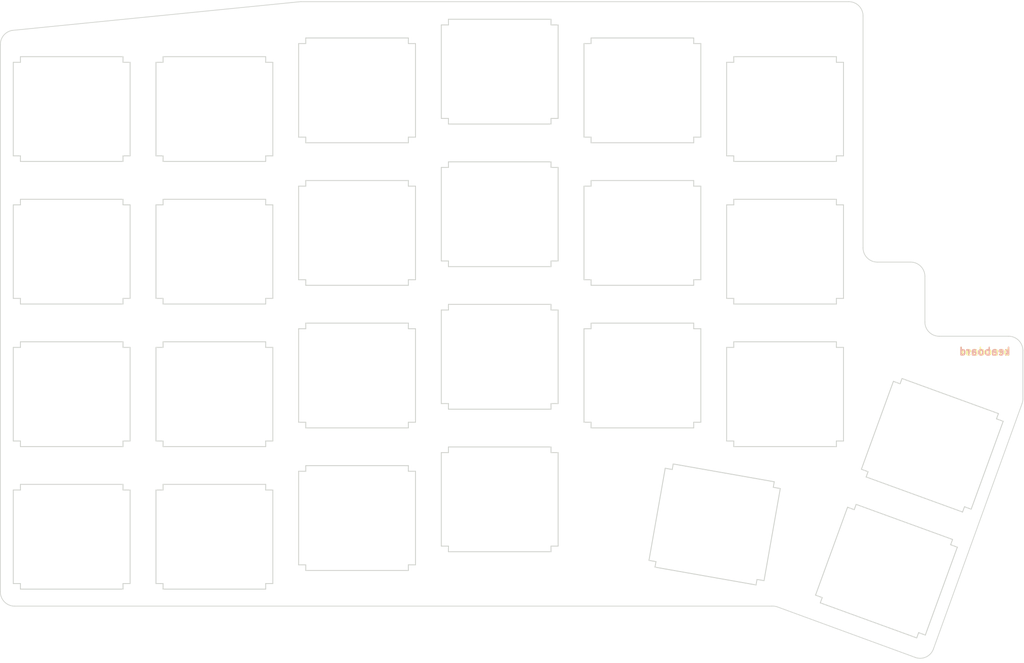
<source format=kicad_pcb>
(kicad_pcb (version 20171130) (host pcbnew 5.1.6-c6e7f7d~87~ubuntu20.04.1)

  (general
    (thickness 1.6)
    (drawings 24)
    (tracks 0)
    (zones 0)
    (modules 33)
    (nets 1)
  )

  (page A4)
  (layers
    (0 F.Cu signal)
    (31 B.Cu signal)
    (32 B.Adhes user)
    (33 F.Adhes user)
    (34 B.Paste user)
    (35 F.Paste user)
    (36 B.SilkS user)
    (37 F.SilkS user)
    (38 B.Mask user)
    (39 F.Mask user)
    (40 Dwgs.User user hide)
    (41 Cmts.User user hide)
    (42 Eco1.User user hide)
    (43 Eco2.User user)
    (44 Edge.Cuts user)
    (45 Margin user hide)
    (46 B.CrtYd user hide)
    (47 F.CrtYd user hide)
    (48 B.Fab user hide)
    (49 F.Fab user hide)
  )

  (setup
    (last_trace_width 0.25)
    (trace_clearance 0.2)
    (zone_clearance 0.508)
    (zone_45_only no)
    (trace_min 0.2)
    (via_size 0.8)
    (via_drill 0.4)
    (via_min_size 0.4)
    (via_min_drill 0.3)
    (uvia_size 0.3)
    (uvia_drill 0.1)
    (uvias_allowed no)
    (uvia_min_size 0.2)
    (uvia_min_drill 0.1)
    (edge_width 0.05)
    (segment_width 0.2)
    (pcb_text_width 0.3)
    (pcb_text_size 1.5 1.5)
    (mod_edge_width 0.12)
    (mod_text_size 1 1)
    (mod_text_width 0.15)
    (pad_size 1.524 1.524)
    (pad_drill 0.762)
    (pad_to_mask_clearance 0.05)
    (aux_axis_origin 0 0)
    (visible_elements FFFFFF7F)
    (pcbplotparams
      (layerselection 0x010fc_ffffffff)
      (usegerberextensions false)
      (usegerberattributes true)
      (usegerberadvancedattributes true)
      (creategerberjobfile true)
      (excludeedgelayer true)
      (linewidth 0.100000)
      (plotframeref false)
      (viasonmask false)
      (mode 1)
      (useauxorigin false)
      (hpglpennumber 1)
      (hpglpenspeed 20)
      (hpglpendiameter 15.000000)
      (psnegative false)
      (psa4output false)
      (plotreference true)
      (plotvalue true)
      (plotinvisibletext false)
      (padsonsilk false)
      (subtractmaskfromsilk false)
      (outputformat 1)
      (mirror false)
      (drillshape 1)
      (scaleselection 1)
      (outputdirectory ""))
  )

  (net 0 "")

  (net_class Default "This is the default net class."
    (clearance 0.2)
    (trace_width 0.25)
    (via_dia 0.8)
    (via_drill 0.4)
    (uvia_dia 0.3)
    (uvia_drill 0.1)
  )

  (module parts:MX-Alps_Switch_Cutout_simple (layer F.Cu) (tedit 5F42F712) (tstamp 5F438C5B)
    (at 169.263588 92.548775 340)
    (fp_text reference REF** (at 0.25 10.05 160) (layer Eco2.User) hide
      (effects (font (size 1 1) (thickness 0.15)))
    )
    (fp_text value MX-Alps_Switch_Cutout_simple (at 0 -15.24 160) (layer F.Fab) hide
      (effects (font (size 1 1) (thickness 0.15)))
    )
    (fp_line (start -7.8 -6.25) (end -6.85 -6.25) (layer Edge.Cuts) (width 0.12))
    (fp_line (start -7.8 6.25) (end -7.8 -6.25) (layer Edge.Cuts) (width 0.12))
    (fp_line (start -6.85 6.25) (end -7.8 6.25) (layer Edge.Cuts) (width 0.12))
    (fp_line (start -6.85 7) (end -6.85 6.25) (layer Edge.Cuts) (width 0.12))
    (fp_line (start 6.85 7) (end -6.85 7) (layer Edge.Cuts) (width 0.12))
    (fp_line (start 6.85 6.25) (end 6.85 7) (layer Edge.Cuts) (width 0.12))
    (fp_line (start 7.8 6.25) (end 6.85 6.25) (layer Edge.Cuts) (width 0.12))
    (fp_line (start 7.8 -6.25) (end 7.8 6.25) (layer Edge.Cuts) (width 0.12))
    (fp_line (start 6.85 -6.25) (end 7.8 -6.25) (layer Edge.Cuts) (width 0.12))
    (fp_line (start 6.85 -7) (end 6.85 -6.25) (layer Edge.Cuts) (width 0.12))
    (fp_line (start -6.85 -7) (end 6.85 -7) (layer Edge.Cuts) (width 0.12))
    (fp_line (start -6.85 -6.25) (end -6.85 -7) (layer Edge.Cuts) (width 0.12))
    (fp_line (start 9.5 -9.5) (end 9.5 9.5) (layer Dwgs.User) (width 0.15))
    (fp_line (start 9.5 9.5) (end -9.5 9.5) (layer Dwgs.User) (width 0.15))
    (fp_line (start -9.5 9.5) (end -9.5 -9.5) (layer Dwgs.User) (width 0.15))
    (fp_line (start -9.5 -9.5) (end 9.5 -9.5) (layer Dwgs.User) (width 0.15))
  )

  (module parts:MX-Alps_Switch_Cutout_simple (layer F.Cu) (tedit 5F42F712) (tstamp 5F438C5B)
    (at 163.141036 109.370348 340)
    (fp_text reference REF** (at 0.25 10.05 160) (layer Eco2.User) hide
      (effects (font (size 1 1) (thickness 0.15)))
    )
    (fp_text value MX-Alps_Switch_Cutout_simple (at 0 -15.24 160) (layer F.Fab) hide
      (effects (font (size 1 1) (thickness 0.15)))
    )
    (fp_line (start -7.8 -6.25) (end -6.85 -6.25) (layer Edge.Cuts) (width 0.12))
    (fp_line (start -7.8 6.25) (end -7.8 -6.25) (layer Edge.Cuts) (width 0.12))
    (fp_line (start -6.85 6.25) (end -7.8 6.25) (layer Edge.Cuts) (width 0.12))
    (fp_line (start -6.85 7) (end -6.85 6.25) (layer Edge.Cuts) (width 0.12))
    (fp_line (start 6.85 7) (end -6.85 7) (layer Edge.Cuts) (width 0.12))
    (fp_line (start 6.85 6.25) (end 6.85 7) (layer Edge.Cuts) (width 0.12))
    (fp_line (start 7.8 6.25) (end 6.85 6.25) (layer Edge.Cuts) (width 0.12))
    (fp_line (start 7.8 -6.25) (end 7.8 6.25) (layer Edge.Cuts) (width 0.12))
    (fp_line (start 6.85 -6.25) (end 7.8 -6.25) (layer Edge.Cuts) (width 0.12))
    (fp_line (start 6.85 -7) (end 6.85 -6.25) (layer Edge.Cuts) (width 0.12))
    (fp_line (start -6.85 -7) (end 6.85 -7) (layer Edge.Cuts) (width 0.12))
    (fp_line (start -6.85 -6.25) (end -6.85 -7) (layer Edge.Cuts) (width 0.12))
    (fp_line (start 9.5 -9.5) (end 9.5 9.5) (layer Dwgs.User) (width 0.15))
    (fp_line (start 9.5 9.5) (end -9.5 9.5) (layer Dwgs.User) (width 0.15))
    (fp_line (start -9.5 9.5) (end -9.5 -9.5) (layer Dwgs.User) (width 0.15))
    (fp_line (start -9.5 -9.5) (end 9.5 -9.5) (layer Dwgs.User) (width 0.15))
  )

  (module parts:MX-Alps_Switch_Cutout_simple (layer F.Cu) (tedit 5F42F712) (tstamp 5F438C5B)
    (at 140.201127 103.129912 350)
    (fp_text reference REF** (at 0.25 10.05 170) (layer Eco2.User) hide
      (effects (font (size 1 1) (thickness 0.15)))
    )
    (fp_text value MX-Alps_Switch_Cutout_simple (at 0 -15.24 170) (layer F.Fab) hide
      (effects (font (size 1 1) (thickness 0.15)))
    )
    (fp_line (start -7.8 -6.25) (end -6.85 -6.25) (layer Edge.Cuts) (width 0.12))
    (fp_line (start -7.8 6.25) (end -7.8 -6.25) (layer Edge.Cuts) (width 0.12))
    (fp_line (start -6.85 6.25) (end -7.8 6.25) (layer Edge.Cuts) (width 0.12))
    (fp_line (start -6.85 7) (end -6.85 6.25) (layer Edge.Cuts) (width 0.12))
    (fp_line (start 6.85 7) (end -6.85 7) (layer Edge.Cuts) (width 0.12))
    (fp_line (start 6.85 6.25) (end 6.85 7) (layer Edge.Cuts) (width 0.12))
    (fp_line (start 7.8 6.25) (end 6.85 6.25) (layer Edge.Cuts) (width 0.12))
    (fp_line (start 7.8 -6.25) (end 7.8 6.25) (layer Edge.Cuts) (width 0.12))
    (fp_line (start 6.85 -6.25) (end 7.8 -6.25) (layer Edge.Cuts) (width 0.12))
    (fp_line (start 6.85 -7) (end 6.85 -6.25) (layer Edge.Cuts) (width 0.12))
    (fp_line (start -6.85 -7) (end 6.85 -7) (layer Edge.Cuts) (width 0.12))
    (fp_line (start -6.85 -6.25) (end -6.85 -7) (layer Edge.Cuts) (width 0.12))
    (fp_line (start 9.5 -9.5) (end 9.5 9.5) (layer Dwgs.User) (width 0.15))
    (fp_line (start 9.5 9.5) (end -9.5 9.5) (layer Dwgs.User) (width 0.15))
    (fp_line (start -9.5 9.5) (end -9.5 -9.5) (layer Dwgs.User) (width 0.15))
    (fp_line (start -9.5 -9.5) (end 9.5 -9.5) (layer Dwgs.User) (width 0.15))
  )

  (module parts:MX-Alps_Switch_Cutout_simple (layer F.Cu) (tedit 5F42F712) (tstamp 5F43878D)
    (at 73.406 85.725)
    (fp_text reference REF** (at 0.25 10.05) (layer Eco2.User) hide
      (effects (font (size 1 1) (thickness 0.15)))
    )
    (fp_text value MX-Alps_Switch_Cutout_simple (at 0 -15.24) (layer F.Fab) hide
      (effects (font (size 1 1) (thickness 0.15)))
    )
    (fp_line (start -7.8 -6.25) (end -6.85 -6.25) (layer Edge.Cuts) (width 0.12))
    (fp_line (start -7.8 6.25) (end -7.8 -6.25) (layer Edge.Cuts) (width 0.12))
    (fp_line (start -6.85 6.25) (end -7.8 6.25) (layer Edge.Cuts) (width 0.12))
    (fp_line (start -6.85 7) (end -6.85 6.25) (layer Edge.Cuts) (width 0.12))
    (fp_line (start 6.85 7) (end -6.85 7) (layer Edge.Cuts) (width 0.12))
    (fp_line (start 6.85 6.25) (end 6.85 7) (layer Edge.Cuts) (width 0.12))
    (fp_line (start 7.8 6.25) (end 6.85 6.25) (layer Edge.Cuts) (width 0.12))
    (fp_line (start 7.8 -6.25) (end 7.8 6.25) (layer Edge.Cuts) (width 0.12))
    (fp_line (start 6.85 -6.25) (end 7.8 -6.25) (layer Edge.Cuts) (width 0.12))
    (fp_line (start 6.85 -7) (end 6.85 -6.25) (layer Edge.Cuts) (width 0.12))
    (fp_line (start -6.85 -7) (end 6.85 -7) (layer Edge.Cuts) (width 0.12))
    (fp_line (start -6.85 -6.25) (end -6.85 -7) (layer Edge.Cuts) (width 0.12))
    (fp_line (start 9.5 -9.5) (end 9.5 9.5) (layer Dwgs.User) (width 0.15))
    (fp_line (start 9.5 9.5) (end -9.5 9.5) (layer Dwgs.User) (width 0.15))
    (fp_line (start -9.5 9.5) (end -9.5 -9.5) (layer Dwgs.User) (width 0.15))
    (fp_line (start -9.5 -9.5) (end 9.5 -9.5) (layer Dwgs.User) (width 0.15))
  )

  (module parts:MX-Alps_Switch_Cutout_simple (layer F.Cu) (tedit 5F42F712) (tstamp 5F438319)
    (at 73.406 47.625)
    (fp_text reference REF** (at 0.25 10.05) (layer Eco2.User) hide
      (effects (font (size 1 1) (thickness 0.15)))
    )
    (fp_text value MX-Alps_Switch_Cutout_simple (at 0 -15.24) (layer F.Fab) hide
      (effects (font (size 1 1) (thickness 0.15)))
    )
    (fp_line (start -7.8 -6.25) (end -6.85 -6.25) (layer Edge.Cuts) (width 0.12))
    (fp_line (start -7.8 6.25) (end -7.8 -6.25) (layer Edge.Cuts) (width 0.12))
    (fp_line (start -6.85 6.25) (end -7.8 6.25) (layer Edge.Cuts) (width 0.12))
    (fp_line (start -6.85 7) (end -6.85 6.25) (layer Edge.Cuts) (width 0.12))
    (fp_line (start 6.85 7) (end -6.85 7) (layer Edge.Cuts) (width 0.12))
    (fp_line (start 6.85 6.25) (end 6.85 7) (layer Edge.Cuts) (width 0.12))
    (fp_line (start 7.8 6.25) (end 6.85 6.25) (layer Edge.Cuts) (width 0.12))
    (fp_line (start 7.8 -6.25) (end 7.8 6.25) (layer Edge.Cuts) (width 0.12))
    (fp_line (start 6.85 -6.25) (end 7.8 -6.25) (layer Edge.Cuts) (width 0.12))
    (fp_line (start 6.85 -7) (end 6.85 -6.25) (layer Edge.Cuts) (width 0.12))
    (fp_line (start -6.85 -7) (end 6.85 -7) (layer Edge.Cuts) (width 0.12))
    (fp_line (start -6.85 -6.25) (end -6.85 -7) (layer Edge.Cuts) (width 0.12))
    (fp_line (start 9.5 -9.5) (end 9.5 9.5) (layer Dwgs.User) (width 0.15))
    (fp_line (start 9.5 9.5) (end -9.5 9.5) (layer Dwgs.User) (width 0.15))
    (fp_line (start -9.5 9.5) (end -9.5 -9.5) (layer Dwgs.User) (width 0.15))
    (fp_line (start -9.5 -9.5) (end 9.5 -9.5) (layer Dwgs.User) (width 0.15))
  )

  (module parts:MX-Alps_Switch_Cutout_simple (layer F.Cu) (tedit 5F42F712) (tstamp 5F43880B)
    (at 73.406 104.775)
    (fp_text reference REF** (at 0.25 10.05) (layer Eco2.User) hide
      (effects (font (size 1 1) (thickness 0.15)))
    )
    (fp_text value MX-Alps_Switch_Cutout_simple (at 0 -15.24) (layer F.Fab) hide
      (effects (font (size 1 1) (thickness 0.15)))
    )
    (fp_line (start -7.8 -6.25) (end -6.85 -6.25) (layer Edge.Cuts) (width 0.12))
    (fp_line (start -7.8 6.25) (end -7.8 -6.25) (layer Edge.Cuts) (width 0.12))
    (fp_line (start -6.85 6.25) (end -7.8 6.25) (layer Edge.Cuts) (width 0.12))
    (fp_line (start -6.85 7) (end -6.85 6.25) (layer Edge.Cuts) (width 0.12))
    (fp_line (start 6.85 7) (end -6.85 7) (layer Edge.Cuts) (width 0.12))
    (fp_line (start 6.85 6.25) (end 6.85 7) (layer Edge.Cuts) (width 0.12))
    (fp_line (start 7.8 6.25) (end 6.85 6.25) (layer Edge.Cuts) (width 0.12))
    (fp_line (start 7.8 -6.25) (end 7.8 6.25) (layer Edge.Cuts) (width 0.12))
    (fp_line (start 6.85 -6.25) (end 7.8 -6.25) (layer Edge.Cuts) (width 0.12))
    (fp_line (start 6.85 -7) (end 6.85 -6.25) (layer Edge.Cuts) (width 0.12))
    (fp_line (start -6.85 -7) (end 6.85 -7) (layer Edge.Cuts) (width 0.12))
    (fp_line (start -6.85 -6.25) (end -6.85 -7) (layer Edge.Cuts) (width 0.12))
    (fp_line (start 9.5 -9.5) (end 9.5 9.5) (layer Dwgs.User) (width 0.15))
    (fp_line (start 9.5 9.5) (end -9.5 9.5) (layer Dwgs.User) (width 0.15))
    (fp_line (start -9.5 9.5) (end -9.5 -9.5) (layer Dwgs.User) (width 0.15))
    (fp_line (start -9.5 -9.5) (end 9.5 -9.5) (layer Dwgs.User) (width 0.15))
  )

  (module parts:MX-Alps_Switch_Cutout_simple (layer F.Cu) (tedit 5F42F712) (tstamp 5F43870F)
    (at 73.406 66.675)
    (fp_text reference REF** (at 0.25 10.05) (layer Eco2.User) hide
      (effects (font (size 1 1) (thickness 0.15)))
    )
    (fp_text value MX-Alps_Switch_Cutout_simple (at 0 -15.24) (layer F.Fab) hide
      (effects (font (size 1 1) (thickness 0.15)))
    )
    (fp_line (start -7.8 -6.25) (end -6.85 -6.25) (layer Edge.Cuts) (width 0.12))
    (fp_line (start -7.8 6.25) (end -7.8 -6.25) (layer Edge.Cuts) (width 0.12))
    (fp_line (start -6.85 6.25) (end -7.8 6.25) (layer Edge.Cuts) (width 0.12))
    (fp_line (start -6.85 7) (end -6.85 6.25) (layer Edge.Cuts) (width 0.12))
    (fp_line (start 6.85 7) (end -6.85 7) (layer Edge.Cuts) (width 0.12))
    (fp_line (start 6.85 6.25) (end 6.85 7) (layer Edge.Cuts) (width 0.12))
    (fp_line (start 7.8 6.25) (end 6.85 6.25) (layer Edge.Cuts) (width 0.12))
    (fp_line (start 7.8 -6.25) (end 7.8 6.25) (layer Edge.Cuts) (width 0.12))
    (fp_line (start 6.85 -6.25) (end 7.8 -6.25) (layer Edge.Cuts) (width 0.12))
    (fp_line (start 6.85 -7) (end 6.85 -6.25) (layer Edge.Cuts) (width 0.12))
    (fp_line (start -6.85 -7) (end 6.85 -7) (layer Edge.Cuts) (width 0.12))
    (fp_line (start -6.85 -6.25) (end -6.85 -7) (layer Edge.Cuts) (width 0.12))
    (fp_line (start 9.5 -9.5) (end 9.5 9.5) (layer Dwgs.User) (width 0.15))
    (fp_line (start 9.5 9.5) (end -9.5 9.5) (layer Dwgs.User) (width 0.15))
    (fp_line (start -9.5 9.5) (end -9.5 -9.5) (layer Dwgs.User) (width 0.15))
    (fp_line (start -9.5 -9.5) (end 9.5 -9.5) (layer Dwgs.User) (width 0.15))
  )

  (module parts:MX-Alps_Switch_Cutout_simple (layer F.Cu) (tedit 5F42F712) (tstamp 5F438739)
    (at 92.456 64.175)
    (fp_text reference REF** (at 0.25 10.05) (layer Eco2.User) hide
      (effects (font (size 1 1) (thickness 0.15)))
    )
    (fp_text value MX-Alps_Switch_Cutout_simple (at 0 -15.24) (layer F.Fab) hide
      (effects (font (size 1 1) (thickness 0.15)))
    )
    (fp_line (start -7.8 -6.25) (end -6.85 -6.25) (layer Edge.Cuts) (width 0.12))
    (fp_line (start -7.8 6.25) (end -7.8 -6.25) (layer Edge.Cuts) (width 0.12))
    (fp_line (start -6.85 6.25) (end -7.8 6.25) (layer Edge.Cuts) (width 0.12))
    (fp_line (start -6.85 7) (end -6.85 6.25) (layer Edge.Cuts) (width 0.12))
    (fp_line (start 6.85 7) (end -6.85 7) (layer Edge.Cuts) (width 0.12))
    (fp_line (start 6.85 6.25) (end 6.85 7) (layer Edge.Cuts) (width 0.12))
    (fp_line (start 7.8 6.25) (end 6.85 6.25) (layer Edge.Cuts) (width 0.12))
    (fp_line (start 7.8 -6.25) (end 7.8 6.25) (layer Edge.Cuts) (width 0.12))
    (fp_line (start 6.85 -6.25) (end 7.8 -6.25) (layer Edge.Cuts) (width 0.12))
    (fp_line (start 6.85 -7) (end 6.85 -6.25) (layer Edge.Cuts) (width 0.12))
    (fp_line (start -6.85 -7) (end 6.85 -7) (layer Edge.Cuts) (width 0.12))
    (fp_line (start -6.85 -6.25) (end -6.85 -7) (layer Edge.Cuts) (width 0.12))
    (fp_line (start 9.5 -9.5) (end 9.5 9.5) (layer Dwgs.User) (width 0.15))
    (fp_line (start 9.5 9.5) (end -9.5 9.5) (layer Dwgs.User) (width 0.15))
    (fp_line (start -9.5 9.5) (end -9.5 -9.5) (layer Dwgs.User) (width 0.15))
    (fp_line (start -9.5 -9.5) (end 9.5 -9.5) (layer Dwgs.User) (width 0.15))
  )

  (module parts:MX-Alps_Switch_Cutout_simple (layer F.Cu) (tedit 5F42F712) (tstamp 5F438835)
    (at 92.456 102.275)
    (fp_text reference REF** (at 0.25 10.05) (layer Eco2.User) hide
      (effects (font (size 1 1) (thickness 0.15)))
    )
    (fp_text value MX-Alps_Switch_Cutout_simple (at 0 -15.24) (layer F.Fab) hide
      (effects (font (size 1 1) (thickness 0.15)))
    )
    (fp_line (start -7.8 -6.25) (end -6.85 -6.25) (layer Edge.Cuts) (width 0.12))
    (fp_line (start -7.8 6.25) (end -7.8 -6.25) (layer Edge.Cuts) (width 0.12))
    (fp_line (start -6.85 6.25) (end -7.8 6.25) (layer Edge.Cuts) (width 0.12))
    (fp_line (start -6.85 7) (end -6.85 6.25) (layer Edge.Cuts) (width 0.12))
    (fp_line (start 6.85 7) (end -6.85 7) (layer Edge.Cuts) (width 0.12))
    (fp_line (start 6.85 6.25) (end 6.85 7) (layer Edge.Cuts) (width 0.12))
    (fp_line (start 7.8 6.25) (end 6.85 6.25) (layer Edge.Cuts) (width 0.12))
    (fp_line (start 7.8 -6.25) (end 7.8 6.25) (layer Edge.Cuts) (width 0.12))
    (fp_line (start 6.85 -6.25) (end 7.8 -6.25) (layer Edge.Cuts) (width 0.12))
    (fp_line (start 6.85 -7) (end 6.85 -6.25) (layer Edge.Cuts) (width 0.12))
    (fp_line (start -6.85 -7) (end 6.85 -7) (layer Edge.Cuts) (width 0.12))
    (fp_line (start -6.85 -6.25) (end -6.85 -7) (layer Edge.Cuts) (width 0.12))
    (fp_line (start 9.5 -9.5) (end 9.5 9.5) (layer Dwgs.User) (width 0.15))
    (fp_line (start 9.5 9.5) (end -9.5 9.5) (layer Dwgs.User) (width 0.15))
    (fp_line (start -9.5 9.5) (end -9.5 -9.5) (layer Dwgs.User) (width 0.15))
    (fp_line (start -9.5 -9.5) (end 9.5 -9.5) (layer Dwgs.User) (width 0.15))
  )

  (module parts:MX-Alps_Switch_Cutout_simple (layer F.Cu) (tedit 5F42F712) (tstamp 5F4386BB)
    (at 92.456 45.125)
    (fp_text reference REF** (at 0.25 10.05) (layer Eco2.User) hide
      (effects (font (size 1 1) (thickness 0.15)))
    )
    (fp_text value MX-Alps_Switch_Cutout_simple (at 0 -15.24) (layer F.Fab) hide
      (effects (font (size 1 1) (thickness 0.15)))
    )
    (fp_line (start -7.8 -6.25) (end -6.85 -6.25) (layer Edge.Cuts) (width 0.12))
    (fp_line (start -7.8 6.25) (end -7.8 -6.25) (layer Edge.Cuts) (width 0.12))
    (fp_line (start -6.85 6.25) (end -7.8 6.25) (layer Edge.Cuts) (width 0.12))
    (fp_line (start -6.85 7) (end -6.85 6.25) (layer Edge.Cuts) (width 0.12))
    (fp_line (start 6.85 7) (end -6.85 7) (layer Edge.Cuts) (width 0.12))
    (fp_line (start 6.85 6.25) (end 6.85 7) (layer Edge.Cuts) (width 0.12))
    (fp_line (start 7.8 6.25) (end 6.85 6.25) (layer Edge.Cuts) (width 0.12))
    (fp_line (start 7.8 -6.25) (end 7.8 6.25) (layer Edge.Cuts) (width 0.12))
    (fp_line (start 6.85 -6.25) (end 7.8 -6.25) (layer Edge.Cuts) (width 0.12))
    (fp_line (start 6.85 -7) (end 6.85 -6.25) (layer Edge.Cuts) (width 0.12))
    (fp_line (start -6.85 -7) (end 6.85 -7) (layer Edge.Cuts) (width 0.12))
    (fp_line (start -6.85 -6.25) (end -6.85 -7) (layer Edge.Cuts) (width 0.12))
    (fp_line (start 9.5 -9.5) (end 9.5 9.5) (layer Dwgs.User) (width 0.15))
    (fp_line (start 9.5 9.5) (end -9.5 9.5) (layer Dwgs.User) (width 0.15))
    (fp_line (start -9.5 9.5) (end -9.5 -9.5) (layer Dwgs.User) (width 0.15))
    (fp_line (start -9.5 -9.5) (end 9.5 -9.5) (layer Dwgs.User) (width 0.15))
  )

  (module parts:MX-Alps_Switch_Cutout_simple (layer F.Cu) (tedit 5F42F712) (tstamp 5F4387B7)
    (at 92.456 83.225)
    (fp_text reference REF** (at 0.25 10.05) (layer Eco2.User) hide
      (effects (font (size 1 1) (thickness 0.15)))
    )
    (fp_text value MX-Alps_Switch_Cutout_simple (at 0 -15.24) (layer F.Fab) hide
      (effects (font (size 1 1) (thickness 0.15)))
    )
    (fp_line (start -7.8 -6.25) (end -6.85 -6.25) (layer Edge.Cuts) (width 0.12))
    (fp_line (start -7.8 6.25) (end -7.8 -6.25) (layer Edge.Cuts) (width 0.12))
    (fp_line (start -6.85 6.25) (end -7.8 6.25) (layer Edge.Cuts) (width 0.12))
    (fp_line (start -6.85 7) (end -6.85 6.25) (layer Edge.Cuts) (width 0.12))
    (fp_line (start 6.85 7) (end -6.85 7) (layer Edge.Cuts) (width 0.12))
    (fp_line (start 6.85 6.25) (end 6.85 7) (layer Edge.Cuts) (width 0.12))
    (fp_line (start 7.8 6.25) (end 6.85 6.25) (layer Edge.Cuts) (width 0.12))
    (fp_line (start 7.8 -6.25) (end 7.8 6.25) (layer Edge.Cuts) (width 0.12))
    (fp_line (start 6.85 -6.25) (end 7.8 -6.25) (layer Edge.Cuts) (width 0.12))
    (fp_line (start 6.85 -7) (end 6.85 -6.25) (layer Edge.Cuts) (width 0.12))
    (fp_line (start -6.85 -7) (end 6.85 -7) (layer Edge.Cuts) (width 0.12))
    (fp_line (start -6.85 -6.25) (end -6.85 -7) (layer Edge.Cuts) (width 0.12))
    (fp_line (start 9.5 -9.5) (end 9.5 9.5) (layer Dwgs.User) (width 0.15))
    (fp_line (start 9.5 9.5) (end -9.5 9.5) (layer Dwgs.User) (width 0.15))
    (fp_line (start -9.5 9.5) (end -9.5 -9.5) (layer Dwgs.User) (width 0.15))
    (fp_line (start -9.5 -9.5) (end 9.5 -9.5) (layer Dwgs.User) (width 0.15))
  )

  (module parts:MX-Alps_Switch_Cutout_simple (layer F.Cu) (tedit 5F42F712) (tstamp 5F438970)
    (at 111.506 80.725)
    (fp_text reference REF** (at 0.25 10.05) (layer Eco2.User) hide
      (effects (font (size 1 1) (thickness 0.15)))
    )
    (fp_text value MX-Alps_Switch_Cutout_simple (at 0 -15.24) (layer F.Fab) hide
      (effects (font (size 1 1) (thickness 0.15)))
    )
    (fp_line (start -7.8 -6.25) (end -6.85 -6.25) (layer Edge.Cuts) (width 0.12))
    (fp_line (start -7.8 6.25) (end -7.8 -6.25) (layer Edge.Cuts) (width 0.12))
    (fp_line (start -6.85 6.25) (end -7.8 6.25) (layer Edge.Cuts) (width 0.12))
    (fp_line (start -6.85 7) (end -6.85 6.25) (layer Edge.Cuts) (width 0.12))
    (fp_line (start 6.85 7) (end -6.85 7) (layer Edge.Cuts) (width 0.12))
    (fp_line (start 6.85 6.25) (end 6.85 7) (layer Edge.Cuts) (width 0.12))
    (fp_line (start 7.8 6.25) (end 6.85 6.25) (layer Edge.Cuts) (width 0.12))
    (fp_line (start 7.8 -6.25) (end 7.8 6.25) (layer Edge.Cuts) (width 0.12))
    (fp_line (start 6.85 -6.25) (end 7.8 -6.25) (layer Edge.Cuts) (width 0.12))
    (fp_line (start 6.85 -7) (end 6.85 -6.25) (layer Edge.Cuts) (width 0.12))
    (fp_line (start -6.85 -7) (end 6.85 -7) (layer Edge.Cuts) (width 0.12))
    (fp_line (start -6.85 -6.25) (end -6.85 -7) (layer Edge.Cuts) (width 0.12))
    (fp_line (start 9.5 -9.5) (end 9.5 9.5) (layer Dwgs.User) (width 0.15))
    (fp_line (start 9.5 9.5) (end -9.5 9.5) (layer Dwgs.User) (width 0.15))
    (fp_line (start -9.5 9.5) (end -9.5 -9.5) (layer Dwgs.User) (width 0.15))
    (fp_line (start -9.5 -9.5) (end 9.5 -9.5) (layer Dwgs.User) (width 0.15))
  )

  (module parts:MX-Alps_Switch_Cutout_simple (layer F.Cu) (tedit 5F42F712) (tstamp 5F43885F)
    (at 111.506 99.775)
    (fp_text reference REF** (at 0.25 10.05) (layer Eco2.User) hide
      (effects (font (size 1 1) (thickness 0.15)))
    )
    (fp_text value MX-Alps_Switch_Cutout_simple (at 0 -15.24) (layer F.Fab) hide
      (effects (font (size 1 1) (thickness 0.15)))
    )
    (fp_line (start -7.8 -6.25) (end -6.85 -6.25) (layer Edge.Cuts) (width 0.12))
    (fp_line (start -7.8 6.25) (end -7.8 -6.25) (layer Edge.Cuts) (width 0.12))
    (fp_line (start -6.85 6.25) (end -7.8 6.25) (layer Edge.Cuts) (width 0.12))
    (fp_line (start -6.85 7) (end -6.85 6.25) (layer Edge.Cuts) (width 0.12))
    (fp_line (start 6.85 7) (end -6.85 7) (layer Edge.Cuts) (width 0.12))
    (fp_line (start 6.85 6.25) (end 6.85 7) (layer Edge.Cuts) (width 0.12))
    (fp_line (start 7.8 6.25) (end 6.85 6.25) (layer Edge.Cuts) (width 0.12))
    (fp_line (start 7.8 -6.25) (end 7.8 6.25) (layer Edge.Cuts) (width 0.12))
    (fp_line (start 6.85 -6.25) (end 7.8 -6.25) (layer Edge.Cuts) (width 0.12))
    (fp_line (start 6.85 -7) (end 6.85 -6.25) (layer Edge.Cuts) (width 0.12))
    (fp_line (start -6.85 -7) (end 6.85 -7) (layer Edge.Cuts) (width 0.12))
    (fp_line (start -6.85 -6.25) (end -6.85 -7) (layer Edge.Cuts) (width 0.12))
    (fp_line (start 9.5 -9.5) (end 9.5 9.5) (layer Dwgs.User) (width 0.15))
    (fp_line (start 9.5 9.5) (end -9.5 9.5) (layer Dwgs.User) (width 0.15))
    (fp_line (start -9.5 9.5) (end -9.5 -9.5) (layer Dwgs.User) (width 0.15))
    (fp_line (start -9.5 -9.5) (end 9.5 -9.5) (layer Dwgs.User) (width 0.15))
  )

  (module parts:MX-Alps_Switch_Cutout_simple (layer F.Cu) (tedit 5F42F712) (tstamp 5F4386E5)
    (at 111.506 42.625)
    (fp_text reference REF** (at 0.25 10.05) (layer Eco2.User) hide
      (effects (font (size 1 1) (thickness 0.15)))
    )
    (fp_text value MX-Alps_Switch_Cutout_simple (at 0 -15.24) (layer F.Fab) hide
      (effects (font (size 1 1) (thickness 0.15)))
    )
    (fp_line (start -7.8 -6.25) (end -6.85 -6.25) (layer Edge.Cuts) (width 0.12))
    (fp_line (start -7.8 6.25) (end -7.8 -6.25) (layer Edge.Cuts) (width 0.12))
    (fp_line (start -6.85 6.25) (end -7.8 6.25) (layer Edge.Cuts) (width 0.12))
    (fp_line (start -6.85 7) (end -6.85 6.25) (layer Edge.Cuts) (width 0.12))
    (fp_line (start 6.85 7) (end -6.85 7) (layer Edge.Cuts) (width 0.12))
    (fp_line (start 6.85 6.25) (end 6.85 7) (layer Edge.Cuts) (width 0.12))
    (fp_line (start 7.8 6.25) (end 6.85 6.25) (layer Edge.Cuts) (width 0.12))
    (fp_line (start 7.8 -6.25) (end 7.8 6.25) (layer Edge.Cuts) (width 0.12))
    (fp_line (start 6.85 -6.25) (end 7.8 -6.25) (layer Edge.Cuts) (width 0.12))
    (fp_line (start 6.85 -7) (end 6.85 -6.25) (layer Edge.Cuts) (width 0.12))
    (fp_line (start -6.85 -7) (end 6.85 -7) (layer Edge.Cuts) (width 0.12))
    (fp_line (start -6.85 -6.25) (end -6.85 -7) (layer Edge.Cuts) (width 0.12))
    (fp_line (start 9.5 -9.5) (end 9.5 9.5) (layer Dwgs.User) (width 0.15))
    (fp_line (start 9.5 9.5) (end -9.5 9.5) (layer Dwgs.User) (width 0.15))
    (fp_line (start -9.5 9.5) (end -9.5 -9.5) (layer Dwgs.User) (width 0.15))
    (fp_line (start -9.5 -9.5) (end 9.5 -9.5) (layer Dwgs.User) (width 0.15))
  )

  (module parts:MX-Alps_Switch_Cutout_simple (layer F.Cu) (tedit 5F42F712) (tstamp 5F4388F2)
    (at 111.506 61.675)
    (fp_text reference REF** (at 0.25 10.05) (layer Eco2.User) hide
      (effects (font (size 1 1) (thickness 0.15)))
    )
    (fp_text value MX-Alps_Switch_Cutout_simple (at 0 -15.24) (layer F.Fab) hide
      (effects (font (size 1 1) (thickness 0.15)))
    )
    (fp_line (start -7.8 -6.25) (end -6.85 -6.25) (layer Edge.Cuts) (width 0.12))
    (fp_line (start -7.8 6.25) (end -7.8 -6.25) (layer Edge.Cuts) (width 0.12))
    (fp_line (start -6.85 6.25) (end -7.8 6.25) (layer Edge.Cuts) (width 0.12))
    (fp_line (start -6.85 7) (end -6.85 6.25) (layer Edge.Cuts) (width 0.12))
    (fp_line (start 6.85 7) (end -6.85 7) (layer Edge.Cuts) (width 0.12))
    (fp_line (start 6.85 6.25) (end 6.85 7) (layer Edge.Cuts) (width 0.12))
    (fp_line (start 7.8 6.25) (end 6.85 6.25) (layer Edge.Cuts) (width 0.12))
    (fp_line (start 7.8 -6.25) (end 7.8 6.25) (layer Edge.Cuts) (width 0.12))
    (fp_line (start 6.85 -6.25) (end 7.8 -6.25) (layer Edge.Cuts) (width 0.12))
    (fp_line (start 6.85 -7) (end 6.85 -6.25) (layer Edge.Cuts) (width 0.12))
    (fp_line (start -6.85 -7) (end 6.85 -7) (layer Edge.Cuts) (width 0.12))
    (fp_line (start -6.85 -6.25) (end -6.85 -7) (layer Edge.Cuts) (width 0.12))
    (fp_line (start 9.5 -9.5) (end 9.5 9.5) (layer Dwgs.User) (width 0.15))
    (fp_line (start 9.5 9.5) (end -9.5 9.5) (layer Dwgs.User) (width 0.15))
    (fp_line (start -9.5 9.5) (end -9.5 -9.5) (layer Dwgs.User) (width 0.15))
    (fp_line (start -9.5 -9.5) (end 9.5 -9.5) (layer Dwgs.User) (width 0.15))
  )

  (module parts:MX-Alps_Switch_Cutout_simple (layer F.Cu) (tedit 5F42F712) (tstamp 5F43891C)
    (at 130.556 64.175)
    (fp_text reference REF** (at 0.25 10.05) (layer Eco2.User) hide
      (effects (font (size 1 1) (thickness 0.15)))
    )
    (fp_text value MX-Alps_Switch_Cutout_simple (at 0 -15.24) (layer F.Fab) hide
      (effects (font (size 1 1) (thickness 0.15)))
    )
    (fp_line (start -7.8 -6.25) (end -6.85 -6.25) (layer Edge.Cuts) (width 0.12))
    (fp_line (start -7.8 6.25) (end -7.8 -6.25) (layer Edge.Cuts) (width 0.12))
    (fp_line (start -6.85 6.25) (end -7.8 6.25) (layer Edge.Cuts) (width 0.12))
    (fp_line (start -6.85 7) (end -6.85 6.25) (layer Edge.Cuts) (width 0.12))
    (fp_line (start 6.85 7) (end -6.85 7) (layer Edge.Cuts) (width 0.12))
    (fp_line (start 6.85 6.25) (end 6.85 7) (layer Edge.Cuts) (width 0.12))
    (fp_line (start 7.8 6.25) (end 6.85 6.25) (layer Edge.Cuts) (width 0.12))
    (fp_line (start 7.8 -6.25) (end 7.8 6.25) (layer Edge.Cuts) (width 0.12))
    (fp_line (start 6.85 -6.25) (end 7.8 -6.25) (layer Edge.Cuts) (width 0.12))
    (fp_line (start 6.85 -7) (end 6.85 -6.25) (layer Edge.Cuts) (width 0.12))
    (fp_line (start -6.85 -7) (end 6.85 -7) (layer Edge.Cuts) (width 0.12))
    (fp_line (start -6.85 -6.25) (end -6.85 -7) (layer Edge.Cuts) (width 0.12))
    (fp_line (start 9.5 -9.5) (end 9.5 9.5) (layer Dwgs.User) (width 0.15))
    (fp_line (start 9.5 9.5) (end -9.5 9.5) (layer Dwgs.User) (width 0.15))
    (fp_line (start -9.5 9.5) (end -9.5 -9.5) (layer Dwgs.User) (width 0.15))
    (fp_line (start -9.5 -9.5) (end 9.5 -9.5) (layer Dwgs.User) (width 0.15))
  )

  (module parts:MX-Alps_Switch_Cutout_simple (layer F.Cu) (tedit 5F42F712) (tstamp 5F4389C4)
    (at 149.606 85.725)
    (fp_text reference REF** (at 0.25 10.05) (layer Eco2.User) hide
      (effects (font (size 1 1) (thickness 0.15)))
    )
    (fp_text value MX-Alps_Switch_Cutout_simple (at 0 -15.24) (layer F.Fab) hide
      (effects (font (size 1 1) (thickness 0.15)))
    )
    (fp_line (start -7.8 -6.25) (end -6.85 -6.25) (layer Edge.Cuts) (width 0.12))
    (fp_line (start -7.8 6.25) (end -7.8 -6.25) (layer Edge.Cuts) (width 0.12))
    (fp_line (start -6.85 6.25) (end -7.8 6.25) (layer Edge.Cuts) (width 0.12))
    (fp_line (start -6.85 7) (end -6.85 6.25) (layer Edge.Cuts) (width 0.12))
    (fp_line (start 6.85 7) (end -6.85 7) (layer Edge.Cuts) (width 0.12))
    (fp_line (start 6.85 6.25) (end 6.85 7) (layer Edge.Cuts) (width 0.12))
    (fp_line (start 7.8 6.25) (end 6.85 6.25) (layer Edge.Cuts) (width 0.12))
    (fp_line (start 7.8 -6.25) (end 7.8 6.25) (layer Edge.Cuts) (width 0.12))
    (fp_line (start 6.85 -6.25) (end 7.8 -6.25) (layer Edge.Cuts) (width 0.12))
    (fp_line (start 6.85 -7) (end 6.85 -6.25) (layer Edge.Cuts) (width 0.12))
    (fp_line (start -6.85 -7) (end 6.85 -7) (layer Edge.Cuts) (width 0.12))
    (fp_line (start -6.85 -6.25) (end -6.85 -7) (layer Edge.Cuts) (width 0.12))
    (fp_line (start 9.5 -9.5) (end 9.5 9.5) (layer Dwgs.User) (width 0.15))
    (fp_line (start 9.5 9.5) (end -9.5 9.5) (layer Dwgs.User) (width 0.15))
    (fp_line (start -9.5 9.5) (end -9.5 -9.5) (layer Dwgs.User) (width 0.15))
    (fp_line (start -9.5 -9.5) (end 9.5 -9.5) (layer Dwgs.User) (width 0.15))
  )

  (module parts:MX-Alps_Switch_Cutout_simple (layer F.Cu) (tedit 5F42F712) (tstamp 5F4388C8)
    (at 149.606 47.625)
    (fp_text reference REF** (at 0.25 10.05) (layer Eco2.User) hide
      (effects (font (size 1 1) (thickness 0.15)))
    )
    (fp_text value MX-Alps_Switch_Cutout_simple (at 0 -15.24) (layer F.Fab) hide
      (effects (font (size 1 1) (thickness 0.15)))
    )
    (fp_line (start -7.8 -6.25) (end -6.85 -6.25) (layer Edge.Cuts) (width 0.12))
    (fp_line (start -7.8 6.25) (end -7.8 -6.25) (layer Edge.Cuts) (width 0.12))
    (fp_line (start -6.85 6.25) (end -7.8 6.25) (layer Edge.Cuts) (width 0.12))
    (fp_line (start -6.85 7) (end -6.85 6.25) (layer Edge.Cuts) (width 0.12))
    (fp_line (start 6.85 7) (end -6.85 7) (layer Edge.Cuts) (width 0.12))
    (fp_line (start 6.85 6.25) (end 6.85 7) (layer Edge.Cuts) (width 0.12))
    (fp_line (start 7.8 6.25) (end 6.85 6.25) (layer Edge.Cuts) (width 0.12))
    (fp_line (start 7.8 -6.25) (end 7.8 6.25) (layer Edge.Cuts) (width 0.12))
    (fp_line (start 6.85 -6.25) (end 7.8 -6.25) (layer Edge.Cuts) (width 0.12))
    (fp_line (start 6.85 -7) (end 6.85 -6.25) (layer Edge.Cuts) (width 0.12))
    (fp_line (start -6.85 -7) (end 6.85 -7) (layer Edge.Cuts) (width 0.12))
    (fp_line (start -6.85 -6.25) (end -6.85 -7) (layer Edge.Cuts) (width 0.12))
    (fp_line (start 9.5 -9.5) (end 9.5 9.5) (layer Dwgs.User) (width 0.15))
    (fp_line (start 9.5 9.5) (end -9.5 9.5) (layer Dwgs.User) (width 0.15))
    (fp_line (start -9.5 9.5) (end -9.5 -9.5) (layer Dwgs.User) (width 0.15))
    (fp_line (start -9.5 -9.5) (end 9.5 -9.5) (layer Dwgs.User) (width 0.15))
  )

  (module parts:MX-Alps_Switch_Cutout_simple (layer F.Cu) (tedit 5F42F712) (tstamp 5F43889E)
    (at 130.556 45.125)
    (fp_text reference REF** (at 0.25 10.05) (layer Eco2.User) hide
      (effects (font (size 1 1) (thickness 0.15)))
    )
    (fp_text value MX-Alps_Switch_Cutout_simple (at 0 -15.24) (layer F.Fab) hide
      (effects (font (size 1 1) (thickness 0.15)))
    )
    (fp_line (start -7.8 -6.25) (end -6.85 -6.25) (layer Edge.Cuts) (width 0.12))
    (fp_line (start -7.8 6.25) (end -7.8 -6.25) (layer Edge.Cuts) (width 0.12))
    (fp_line (start -6.85 6.25) (end -7.8 6.25) (layer Edge.Cuts) (width 0.12))
    (fp_line (start -6.85 7) (end -6.85 6.25) (layer Edge.Cuts) (width 0.12))
    (fp_line (start 6.85 7) (end -6.85 7) (layer Edge.Cuts) (width 0.12))
    (fp_line (start 6.85 6.25) (end 6.85 7) (layer Edge.Cuts) (width 0.12))
    (fp_line (start 7.8 6.25) (end 6.85 6.25) (layer Edge.Cuts) (width 0.12))
    (fp_line (start 7.8 -6.25) (end 7.8 6.25) (layer Edge.Cuts) (width 0.12))
    (fp_line (start 6.85 -6.25) (end 7.8 -6.25) (layer Edge.Cuts) (width 0.12))
    (fp_line (start 6.85 -7) (end 6.85 -6.25) (layer Edge.Cuts) (width 0.12))
    (fp_line (start -6.85 -7) (end 6.85 -7) (layer Edge.Cuts) (width 0.12))
    (fp_line (start -6.85 -6.25) (end -6.85 -7) (layer Edge.Cuts) (width 0.12))
    (fp_line (start 9.5 -9.5) (end 9.5 9.5) (layer Dwgs.User) (width 0.15))
    (fp_line (start 9.5 9.5) (end -9.5 9.5) (layer Dwgs.User) (width 0.15))
    (fp_line (start -9.5 9.5) (end -9.5 -9.5) (layer Dwgs.User) (width 0.15))
    (fp_line (start -9.5 -9.5) (end 9.5 -9.5) (layer Dwgs.User) (width 0.15))
  )

  (module parts:MX-Alps_Switch_Cutout_simple (layer F.Cu) (tedit 5F42F712) (tstamp 5F43899A)
    (at 130.556 83.225)
    (fp_text reference REF** (at 0.25 10.05) (layer Eco2.User) hide
      (effects (font (size 1 1) (thickness 0.15)))
    )
    (fp_text value MX-Alps_Switch_Cutout_simple (at 0 -15.24) (layer F.Fab) hide
      (effects (font (size 1 1) (thickness 0.15)))
    )
    (fp_line (start -7.8 -6.25) (end -6.85 -6.25) (layer Edge.Cuts) (width 0.12))
    (fp_line (start -7.8 6.25) (end -7.8 -6.25) (layer Edge.Cuts) (width 0.12))
    (fp_line (start -6.85 6.25) (end -7.8 6.25) (layer Edge.Cuts) (width 0.12))
    (fp_line (start -6.85 7) (end -6.85 6.25) (layer Edge.Cuts) (width 0.12))
    (fp_line (start 6.85 7) (end -6.85 7) (layer Edge.Cuts) (width 0.12))
    (fp_line (start 6.85 6.25) (end 6.85 7) (layer Edge.Cuts) (width 0.12))
    (fp_line (start 7.8 6.25) (end 6.85 6.25) (layer Edge.Cuts) (width 0.12))
    (fp_line (start 7.8 -6.25) (end 7.8 6.25) (layer Edge.Cuts) (width 0.12))
    (fp_line (start 6.85 -6.25) (end 7.8 -6.25) (layer Edge.Cuts) (width 0.12))
    (fp_line (start 6.85 -7) (end 6.85 -6.25) (layer Edge.Cuts) (width 0.12))
    (fp_line (start -6.85 -7) (end 6.85 -7) (layer Edge.Cuts) (width 0.12))
    (fp_line (start -6.85 -6.25) (end -6.85 -7) (layer Edge.Cuts) (width 0.12))
    (fp_line (start 9.5 -9.5) (end 9.5 9.5) (layer Dwgs.User) (width 0.15))
    (fp_line (start 9.5 9.5) (end -9.5 9.5) (layer Dwgs.User) (width 0.15))
    (fp_line (start -9.5 9.5) (end -9.5 -9.5) (layer Dwgs.User) (width 0.15))
    (fp_line (start -9.5 -9.5) (end 9.5 -9.5) (layer Dwgs.User) (width 0.15))
  )

  (module parts:MX-Alps_Switch_Cutout_simple (layer F.Cu) (tedit 5F42F712) (tstamp 5F438946)
    (at 149.606 66.675)
    (fp_text reference REF** (at 0.25 10.05) (layer Eco2.User) hide
      (effects (font (size 1 1) (thickness 0.15)))
    )
    (fp_text value MX-Alps_Switch_Cutout_simple (at 0 -15.24) (layer F.Fab) hide
      (effects (font (size 1 1) (thickness 0.15)))
    )
    (fp_line (start -7.8 -6.25) (end -6.85 -6.25) (layer Edge.Cuts) (width 0.12))
    (fp_line (start -7.8 6.25) (end -7.8 -6.25) (layer Edge.Cuts) (width 0.12))
    (fp_line (start -6.85 6.25) (end -7.8 6.25) (layer Edge.Cuts) (width 0.12))
    (fp_line (start -6.85 7) (end -6.85 6.25) (layer Edge.Cuts) (width 0.12))
    (fp_line (start 6.85 7) (end -6.85 7) (layer Edge.Cuts) (width 0.12))
    (fp_line (start 6.85 6.25) (end 6.85 7) (layer Edge.Cuts) (width 0.12))
    (fp_line (start 7.8 6.25) (end 6.85 6.25) (layer Edge.Cuts) (width 0.12))
    (fp_line (start 7.8 -6.25) (end 7.8 6.25) (layer Edge.Cuts) (width 0.12))
    (fp_line (start 6.85 -6.25) (end 7.8 -6.25) (layer Edge.Cuts) (width 0.12))
    (fp_line (start 6.85 -7) (end 6.85 -6.25) (layer Edge.Cuts) (width 0.12))
    (fp_line (start -6.85 -7) (end 6.85 -7) (layer Edge.Cuts) (width 0.12))
    (fp_line (start -6.85 -6.25) (end -6.85 -7) (layer Edge.Cuts) (width 0.12))
    (fp_line (start 9.5 -9.5) (end 9.5 9.5) (layer Dwgs.User) (width 0.15))
    (fp_line (start 9.5 9.5) (end -9.5 9.5) (layer Dwgs.User) (width 0.15))
    (fp_line (start -9.5 9.5) (end -9.5 -9.5) (layer Dwgs.User) (width 0.15))
    (fp_line (start -9.5 -9.5) (end 9.5 -9.5) (layer Dwgs.User) (width 0.15))
  )

  (module parts:MX-Alps_Switch_Cutout_simple (layer F.Cu) (tedit 5F42F712) (tstamp 5F438397)
    (at 54.356 85.725)
    (fp_text reference REF** (at 0.25 10.05) (layer Eco2.User) hide
      (effects (font (size 1 1) (thickness 0.15)))
    )
    (fp_text value MX-Alps_Switch_Cutout_simple (at 0 -15.24) (layer F.Fab) hide
      (effects (font (size 1 1) (thickness 0.15)))
    )
    (fp_line (start -7.8 -6.25) (end -6.85 -6.25) (layer Edge.Cuts) (width 0.12))
    (fp_line (start -7.8 6.25) (end -7.8 -6.25) (layer Edge.Cuts) (width 0.12))
    (fp_line (start -6.85 6.25) (end -7.8 6.25) (layer Edge.Cuts) (width 0.12))
    (fp_line (start -6.85 7) (end -6.85 6.25) (layer Edge.Cuts) (width 0.12))
    (fp_line (start 6.85 7) (end -6.85 7) (layer Edge.Cuts) (width 0.12))
    (fp_line (start 6.85 6.25) (end 6.85 7) (layer Edge.Cuts) (width 0.12))
    (fp_line (start 7.8 6.25) (end 6.85 6.25) (layer Edge.Cuts) (width 0.12))
    (fp_line (start 7.8 -6.25) (end 7.8 6.25) (layer Edge.Cuts) (width 0.12))
    (fp_line (start 6.85 -6.25) (end 7.8 -6.25) (layer Edge.Cuts) (width 0.12))
    (fp_line (start 6.85 -7) (end 6.85 -6.25) (layer Edge.Cuts) (width 0.12))
    (fp_line (start -6.85 -7) (end 6.85 -7) (layer Edge.Cuts) (width 0.12))
    (fp_line (start -6.85 -6.25) (end -6.85 -7) (layer Edge.Cuts) (width 0.12))
    (fp_line (start 9.5 -9.5) (end 9.5 9.5) (layer Dwgs.User) (width 0.15))
    (fp_line (start 9.5 9.5) (end -9.5 9.5) (layer Dwgs.User) (width 0.15))
    (fp_line (start -9.5 9.5) (end -9.5 -9.5) (layer Dwgs.User) (width 0.15))
    (fp_line (start -9.5 -9.5) (end 9.5 -9.5) (layer Dwgs.User) (width 0.15))
  )

  (module parts:MX-Alps_Switch_Cutout_simple (layer F.Cu) (tedit 5F42F712) (tstamp 5F438343)
    (at 54.356 66.675)
    (fp_text reference REF** (at 0.25 10.05) (layer Eco2.User) hide
      (effects (font (size 1 1) (thickness 0.15)))
    )
    (fp_text value MX-Alps_Switch_Cutout_simple (at 0 -15.24) (layer F.Fab) hide
      (effects (font (size 1 1) (thickness 0.15)))
    )
    (fp_line (start -7.8 -6.25) (end -6.85 -6.25) (layer Edge.Cuts) (width 0.12))
    (fp_line (start -7.8 6.25) (end -7.8 -6.25) (layer Edge.Cuts) (width 0.12))
    (fp_line (start -6.85 6.25) (end -7.8 6.25) (layer Edge.Cuts) (width 0.12))
    (fp_line (start -6.85 7) (end -6.85 6.25) (layer Edge.Cuts) (width 0.12))
    (fp_line (start 6.85 7) (end -6.85 7) (layer Edge.Cuts) (width 0.12))
    (fp_line (start 6.85 6.25) (end 6.85 7) (layer Edge.Cuts) (width 0.12))
    (fp_line (start 7.8 6.25) (end 6.85 6.25) (layer Edge.Cuts) (width 0.12))
    (fp_line (start 7.8 -6.25) (end 7.8 6.25) (layer Edge.Cuts) (width 0.12))
    (fp_line (start 6.85 -6.25) (end 7.8 -6.25) (layer Edge.Cuts) (width 0.12))
    (fp_line (start 6.85 -7) (end 6.85 -6.25) (layer Edge.Cuts) (width 0.12))
    (fp_line (start -6.85 -7) (end 6.85 -7) (layer Edge.Cuts) (width 0.12))
    (fp_line (start -6.85 -6.25) (end -6.85 -7) (layer Edge.Cuts) (width 0.12))
    (fp_line (start 9.5 -9.5) (end 9.5 9.5) (layer Dwgs.User) (width 0.15))
    (fp_line (start 9.5 9.5) (end -9.5 9.5) (layer Dwgs.User) (width 0.15))
    (fp_line (start -9.5 9.5) (end -9.5 -9.5) (layer Dwgs.User) (width 0.15))
    (fp_line (start -9.5 -9.5) (end 9.5 -9.5) (layer Dwgs.User) (width 0.15))
  )

  (module parts:MX-Alps_Switch_Cutout_simple (layer F.Cu) (tedit 5F42F712) (tstamp 5F4383EB)
    (at 54.356 104.775)
    (fp_text reference REF** (at 0.25 10.05) (layer Eco2.User) hide
      (effects (font (size 1 1) (thickness 0.15)))
    )
    (fp_text value MX-Alps_Switch_Cutout_simple (at 0 -15.24) (layer F.Fab) hide
      (effects (font (size 1 1) (thickness 0.15)))
    )
    (fp_line (start -7.8 -6.25) (end -6.85 -6.25) (layer Edge.Cuts) (width 0.12))
    (fp_line (start -7.8 6.25) (end -7.8 -6.25) (layer Edge.Cuts) (width 0.12))
    (fp_line (start -6.85 6.25) (end -7.8 6.25) (layer Edge.Cuts) (width 0.12))
    (fp_line (start -6.85 7) (end -6.85 6.25) (layer Edge.Cuts) (width 0.12))
    (fp_line (start 6.85 7) (end -6.85 7) (layer Edge.Cuts) (width 0.12))
    (fp_line (start 6.85 6.25) (end 6.85 7) (layer Edge.Cuts) (width 0.12))
    (fp_line (start 7.8 6.25) (end 6.85 6.25) (layer Edge.Cuts) (width 0.12))
    (fp_line (start 7.8 -6.25) (end 7.8 6.25) (layer Edge.Cuts) (width 0.12))
    (fp_line (start 6.85 -6.25) (end 7.8 -6.25) (layer Edge.Cuts) (width 0.12))
    (fp_line (start 6.85 -7) (end 6.85 -6.25) (layer Edge.Cuts) (width 0.12))
    (fp_line (start -6.85 -7) (end 6.85 -7) (layer Edge.Cuts) (width 0.12))
    (fp_line (start -6.85 -6.25) (end -6.85 -7) (layer Edge.Cuts) (width 0.12))
    (fp_line (start 9.5 -9.5) (end 9.5 9.5) (layer Dwgs.User) (width 0.15))
    (fp_line (start 9.5 9.5) (end -9.5 9.5) (layer Dwgs.User) (width 0.15))
    (fp_line (start -9.5 9.5) (end -9.5 -9.5) (layer Dwgs.User) (width 0.15))
    (fp_line (start -9.5 -9.5) (end 9.5 -9.5) (layer Dwgs.User) (width 0.15))
  )

  (module parts:MX-Alps_Switch_Cutout_simple (layer F.Cu) (tedit 5F42F712) (tstamp 5F438458)
    (at 54.356 47.625)
    (fp_text reference REF** (at 0.25 10.05) (layer Eco2.User) hide
      (effects (font (size 1 1) (thickness 0.15)))
    )
    (fp_text value MX-Alps_Switch_Cutout_simple (at 0 -15.24) (layer F.Fab) hide
      (effects (font (size 1 1) (thickness 0.15)))
    )
    (fp_line (start -7.8 -6.25) (end -6.85 -6.25) (layer Edge.Cuts) (width 0.12))
    (fp_line (start -7.8 6.25) (end -7.8 -6.25) (layer Edge.Cuts) (width 0.12))
    (fp_line (start -6.85 6.25) (end -7.8 6.25) (layer Edge.Cuts) (width 0.12))
    (fp_line (start -6.85 7) (end -6.85 6.25) (layer Edge.Cuts) (width 0.12))
    (fp_line (start 6.85 7) (end -6.85 7) (layer Edge.Cuts) (width 0.12))
    (fp_line (start 6.85 6.25) (end 6.85 7) (layer Edge.Cuts) (width 0.12))
    (fp_line (start 7.8 6.25) (end 6.85 6.25) (layer Edge.Cuts) (width 0.12))
    (fp_line (start 7.8 -6.25) (end 7.8 6.25) (layer Edge.Cuts) (width 0.12))
    (fp_line (start 6.85 -6.25) (end 7.8 -6.25) (layer Edge.Cuts) (width 0.12))
    (fp_line (start 6.85 -7) (end 6.85 -6.25) (layer Edge.Cuts) (width 0.12))
    (fp_line (start -6.85 -7) (end 6.85 -7) (layer Edge.Cuts) (width 0.12))
    (fp_line (start -6.85 -6.25) (end -6.85 -7) (layer Edge.Cuts) (width 0.12))
    (fp_line (start 9.5 -9.5) (end 9.5 9.5) (layer Dwgs.User) (width 0.15))
    (fp_line (start 9.5 9.5) (end -9.5 9.5) (layer Dwgs.User) (width 0.15))
    (fp_line (start -9.5 9.5) (end -9.5 -9.5) (layer Dwgs.User) (width 0.15))
    (fp_line (start -9.5 -9.5) (end 9.5 -9.5) (layer Dwgs.User) (width 0.15))
  )

  (module MountingHole:MountingHole_2.2mm_M2 (layer F.Cu) (tedit 56D1B4CB) (tstamp 5F435C1E)
    (at 63.881 95.25)
    (descr "Mounting Hole 2.2mm, no annular, M2")
    (tags "mounting hole 2.2mm no annular m2")
    (attr virtual)
    (fp_text reference REF** (at 0 -3.2) (layer F.SilkS) hide
      (effects (font (size 1 1) (thickness 0.15)))
    )
    (fp_text value MountingHole_2.2mm_M2 (at 0 3.2) (layer F.Fab) hide
      (effects (font (size 1 1) (thickness 0.15)))
    )
    (fp_circle (center 0 0) (end 2.45 0) (layer F.CrtYd) (width 0.05))
    (fp_circle (center 0 0) (end 2.2 0) (layer Cmts.User) (width 0.15))
    (fp_text user %R (at 0.3 0) (layer F.Fab)
      (effects (font (size 1 1) (thickness 0.15)))
    )
    (pad 1 np_thru_hole circle (at 0 0) (size 2.2 2.2) (drill 2.2) (layers *.Cu *.Mask))
  )

  (module MountingHole:MountingHole_2.2mm_M2 (layer F.Cu) (tedit 56D1B4CB) (tstamp 5F435C17)
    (at 101.981 90.75)
    (descr "Mounting Hole 2.2mm, no annular, M2")
    (tags "mounting hole 2.2mm no annular m2")
    (attr virtual)
    (fp_text reference REF** (at 0 -3.2) (layer F.SilkS) hide
      (effects (font (size 1 1) (thickness 0.15)))
    )
    (fp_text value MountingHole_2.2mm_M2 (at 0 3.2) (layer F.Fab) hide
      (effects (font (size 1 1) (thickness 0.15)))
    )
    (fp_circle (center 0 0) (end 2.45 0) (layer F.CrtYd) (width 0.05))
    (fp_circle (center 0 0) (end 2.2 0) (layer Cmts.User) (width 0.15))
    (fp_text user %R (at 0.3 0) (layer F.Fab)
      (effects (font (size 1 1) (thickness 0.15)))
    )
    (pad 1 np_thru_hole circle (at 0 0) (size 2.2 2.2) (drill 2.2) (layers *.Cu *.Mask))
  )

  (module MountingHole:MountingHole_2.2mm_M2 (layer F.Cu) (tedit 56D1B4CB) (tstamp 5F435BE5)
    (at 157.131 95.25)
    (descr "Mounting Hole 2.2mm, no annular, M2")
    (tags "mounting hole 2.2mm no annular m2")
    (attr virtual)
    (fp_text reference REF** (at 0 -3.2) (layer F.SilkS) hide
      (effects (font (size 1 1) (thickness 0.15)))
    )
    (fp_text value MountingHole_2.2mm_M2 (at 0 3.2) (layer F.Fab) hide
      (effects (font (size 1 1) (thickness 0.15)))
    )
    (fp_circle (center 0 0) (end 2.45 0) (layer F.CrtYd) (width 0.05))
    (fp_circle (center 0 0) (end 2.2 0) (layer Cmts.User) (width 0.15))
    (fp_text user %R (at 0.3 0) (layer F.Fab)
      (effects (font (size 1 1) (thickness 0.15)))
    )
    (pad 1 np_thru_hole circle (at 0 0) (size 2.2 2.2) (drill 2.2) (layers *.Cu *.Mask))
  )

  (module MountingHole:MountingHole_2.2mm_M2 (layer F.Cu) (tedit 56D1B4CB) (tstamp 5F435ACC)
    (at 101.981 52.65)
    (descr "Mounting Hole 2.2mm, no annular, M2")
    (tags "mounting hole 2.2mm no annular m2")
    (attr virtual)
    (fp_text reference REF** (at 0 -3.2) (layer F.SilkS) hide
      (effects (font (size 1 1) (thickness 0.15)))
    )
    (fp_text value MountingHole_2.2mm_M2 (at 0 3.2) (layer F.Fab) hide
      (effects (font (size 1 1) (thickness 0.15)))
    )
    (fp_circle (center 0 0) (end 2.45 0) (layer F.CrtYd) (width 0.05))
    (fp_circle (center 0 0) (end 2.2 0) (layer Cmts.User) (width 0.15))
    (fp_text user %R (at 0.3 0) (layer F.Fab)
      (effects (font (size 1 1) (thickness 0.15)))
    )
    (pad 1 np_thru_hole circle (at 0 0) (size 2.2 2.2) (drill 2.2) (layers *.Cu *.Mask))
  )

  (module MountingHole:MountingHole_2.2mm_M2 (layer F.Cu) (tedit 56D1B4CB) (tstamp 5F4359E4)
    (at 121.031 52.65)
    (descr "Mounting Hole 2.2mm, no annular, M2")
    (tags "mounting hole 2.2mm no annular m2")
    (attr virtual)
    (fp_text reference REF** (at 0 -3.2) (layer F.SilkS) hide
      (effects (font (size 1 1) (thickness 0.15)))
    )
    (fp_text value MountingHole_2.2mm_M2 (at 0 3.2) (layer F.Fab) hide
      (effects (font (size 1 1) (thickness 0.15)))
    )
    (fp_circle (center 0 0) (end 2.45 0) (layer F.CrtYd) (width 0.05))
    (fp_circle (center 0 0) (end 2.2 0) (layer Cmts.User) (width 0.15))
    (fp_text user %R (at 0.3 0) (layer F.Fab)
      (effects (font (size 1 1) (thickness 0.15)))
    )
    (pad 1 np_thru_hole circle (at 0 0) (size 2.2 2.2) (drill 2.2) (layers *.Cu *.Mask))
  )

  (module MountingHole:MountingHole_2.2mm_M2 (layer F.Cu) (tedit 56D1B4CB) (tstamp 5F43557E)
    (at 63.881 57.15)
    (descr "Mounting Hole 2.2mm, no annular, M2")
    (tags "mounting hole 2.2mm no annular m2")
    (attr virtual)
    (fp_text reference REF** (at 0 -3.2) (layer F.SilkS) hide
      (effects (font (size 1 1) (thickness 0.15)))
    )
    (fp_text value MountingHole_2.2mm_M2 (at 0 3.2) (layer F.Fab) hide
      (effects (font (size 1 1) (thickness 0.15)))
    )
    (fp_circle (center 0 0) (end 2.45 0) (layer F.CrtYd) (width 0.05))
    (fp_circle (center 0 0) (end 2.2 0) (layer Cmts.User) (width 0.15))
    (fp_text user %R (at 0.3 0) (layer F.Fab)
      (effects (font (size 1 1) (thickness 0.15)))
    )
    (pad 1 np_thru_hole circle (at 0 0) (size 2.2 2.2) (drill 2.2) (layers *.Cu *.Mask))
  )

  (module MountingHole:MountingHole_2.2mm_M2 (layer F.Cu) (tedit 56D1B4CB) (tstamp 5F43548B)
    (at 158.131 57.15)
    (descr "Mounting Hole 2.2mm, no annular, M2")
    (tags "mounting hole 2.2mm no annular m2")
    (attr virtual)
    (fp_text reference REF** (at 0 -3.2) (layer F.SilkS) hide
      (effects (font (size 1 1) (thickness 0.15)))
    )
    (fp_text value MountingHole_2.2mm_M2 (at 0 3.2) (layer F.Fab) hide
      (effects (font (size 1 1) (thickness 0.15)))
    )
    (fp_circle (center 0 0) (end 2.45 0) (layer F.CrtYd) (width 0.05))
    (fp_circle (center 0 0) (end 2.2 0) (layer Cmts.User) (width 0.15))
    (fp_text user %R (at 0.3 0) (layer F.Fab)
      (effects (font (size 1 1) (thickness 0.15)))
    )
    (pad 1 np_thru_hole circle (at 0 0) (size 2.2 2.2) (drill 2.2) (layers *.Cu *.Mask))
  )

  (module MountingHole:MountingHole_2.2mm_M2 (layer F.Cu) (tedit 56D1B4CB) (tstamp 5F434DC6)
    (at 121.031 90.75)
    (descr "Mounting Hole 2.2mm, no annular, M2")
    (tags "mounting hole 2.2mm no annular m2")
    (attr virtual)
    (fp_text reference REF** (at 0 -3.2) (layer F.SilkS) hide
      (effects (font (size 1 1) (thickness 0.15)))
    )
    (fp_text value MountingHole_2.2mm_M2 (at 0 3.2) (layer F.Fab) hide
      (effects (font (size 1 1) (thickness 0.15)))
    )
    (fp_circle (center 0 0) (end 2.45 0) (layer F.CrtYd) (width 0.05))
    (fp_circle (center 0 0) (end 2.2 0) (layer Cmts.User) (width 0.15))
    (fp_text user %R (at 0.3 0) (layer F.Fab)
      (effects (font (size 1 1) (thickness 0.15)))
    )
    (pad 1 np_thru_hole circle (at 0 0) (size 2.2 2.2) (drill 2.2) (layers *.Cu *.Mask))
  )

  (gr_text keaboard (at 176.276 80.01) (layer B.SilkS) (tstamp 5F438DCA)
    (effects (font (size 1 1) (thickness 0.2)) (justify mirror))
  )
  (gr_text keaboard (at 176.276 80.01) (layer F.SilkS) (tstamp 5F438DBB)
    (effects (font (size 1 1) (thickness 0.2)))
  )
  (gr_line (start 170.18 77.978) (end 179.451 77.978) (layer Edge.Cuts) (width 0.1) (tstamp 5F438DB2))
  (gr_arc (start 179.451 79.883) (end 181.356 79.883) (angle -90) (layer Edge.Cuts) (width 0.1) (tstamp 5F438D94))
  (gr_line (start 168.275 69.977) (end 168.275 76.073) (layer Edge.Cuts) (width 0.1) (tstamp 5F438DAC))
  (gr_arc (start 170.18 76.073) (end 168.275 76.073) (angle -90) (layer Edge.Cuts) (width 0.1) (tstamp 5F438D94))
  (gr_line (start 161.925 68.072) (end 166.37 68.072) (layer Edge.Cuts) (width 0.1) (tstamp 5F438DA4))
  (gr_arc (start 166.37 69.977) (end 168.275 69.977) (angle -90) (layer Edge.Cuts) (width 0.1) (tstamp 5F438D94))
  (gr_arc (start 161.925 66.167) (end 160.02 66.167) (angle -90) (layer Edge.Cuts) (width 0.1) (tstamp 5F438D94))
  (gr_arc (start 158.115 35.179) (end 160.02 35.179) (angle -90) (layer Edge.Cuts) (width 0.1) (tstamp 5F438D94))
  (gr_line (start 160.02 35.179) (end 160.02 66.167) (layer Edge.Cuts) (width 0.1))
  (gr_line (start 44.831 112.141) (end 44.831 38.989) (layer Edge.Cuts) (width 0.1) (tstamp 5F435ACB))
  (gr_line (start 147.828 114.046) (end 46.736 114.046) (layer Edge.Cuts) (width 0.1) (tstamp 5F435A7C))
  (gr_arc (start 46.736 112.141) (end 44.831 112.141) (angle -90) (layer Edge.Cuts) (width 0.1) (tstamp 5F43573B))
  (gr_arc (start 147.954728 115.976249) (end 148.716727 114.19825) (angle -26.95486857) (layer Edge.Cuts) (width 0.1) (tstamp 5F4356E0))
  (gr_line (start 46.4052 37.112941) (end 84.711228 33.290711) (layer Edge.Cuts) (width 0.1) (tstamp 5F43566A))
  (gr_line (start 167.005002 120.903998) (end 148.716727 114.19825) (layer Edge.Cuts) (width 0.1) (tstamp 5F43553C))
  (gr_arc (start 84.963 35.179) (end 84.963 33.274) (angle -7.594647344) (layer Edge.Cuts) (width 0.1) (tstamp 5F4354C3))
  (gr_line (start 181.24601 86.995) (end 169.418 119.761) (layer Edge.Cuts) (width 0.1) (tstamp 5F4354A6))
  (gr_line (start 84.963 33.274001) (end 158.115 33.274) (layer Edge.Cuts) (width 0.1) (tstamp 5F43545D))
  (gr_line (start 181.356 79.883) (end 181.356 86.36) (layer Edge.Cuts) (width 0.1) (tstamp 5F435234))
  (gr_arc (start 179.46801 86.360001) (end 181.24601 86.995) (angle -19.65382589) (layer Edge.Cuts) (width 0.1) (tstamp 5F4351A6))
  (gr_arc (start 46.736 38.989) (end 44.831 38.989) (angle 80) (layer Edge.Cuts) (width 0.1) (tstamp 5F4350CD))
  (gr_arc (start 167.64 119.126) (end 167.005002 120.903998) (angle -90) (layer Edge.Cuts) (width 0.1) (tstamp 5F434FFE))

)

</source>
